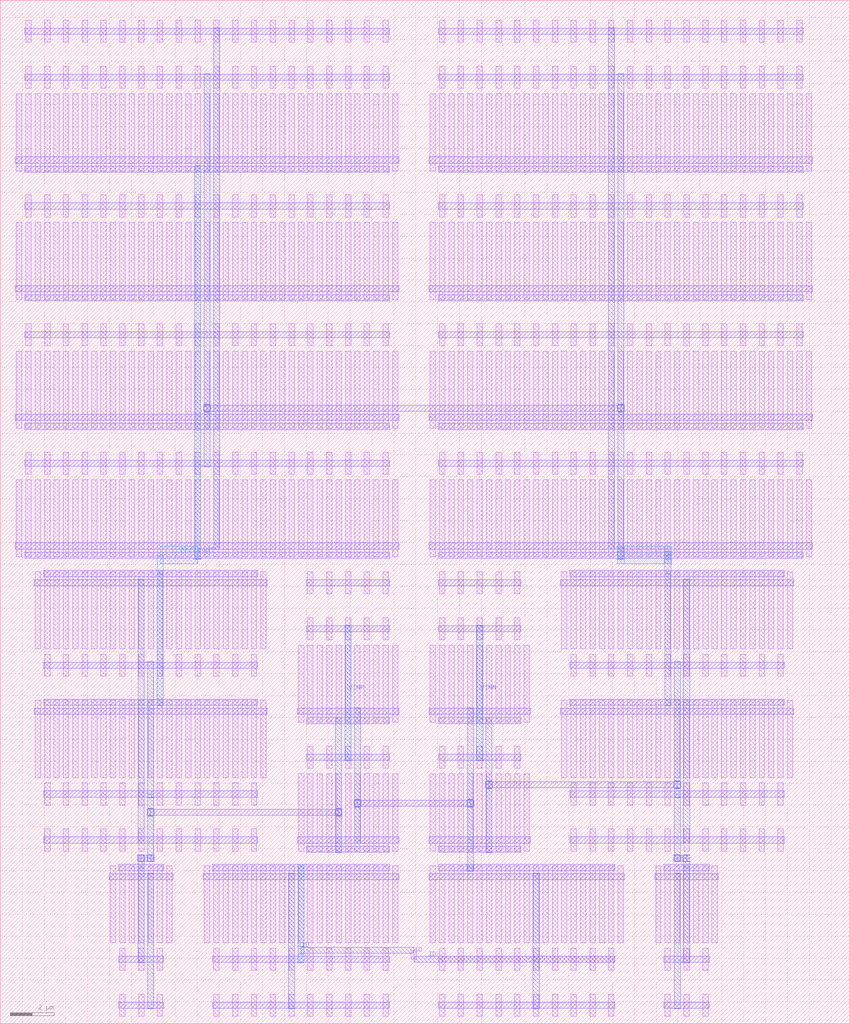
<source format=lef>
MACRO CURRENT_MIRROR_OTA
  ORIGIN 0 0 ;
  FOREIGN CURRENT_MIRROR_OTA 0 0 ;
  SIZE 38.83 BY 46.79 ;
  PIN ID
    DIRECTION INOUT ;
    USE SIGNAL ;
    PORT 
      LAYER M3 ;
        RECT 13.62 2.78 13.9 7.3 ;
      LAYER M2 ;
        RECT 20.04 2.8 28.12 3.08 ;
      LAYER M3 ;
        RECT 13.62 3.175 13.9 3.545 ;
      LAYER M2 ;
        RECT 13.76 3.22 18.92 3.5 ;
      LAYER M1 ;
        RECT 18.795 2.94 19.045 3.36 ;
      LAYER M2 ;
        RECT 18.92 2.8 20.21 3.08 ;
    END
  END ID
  PIN VOUT
    DIRECTION INOUT ;
    USE SIGNAL ;
    PORT 
      LAYER M3 ;
        RECT 7.17 14.54 7.45 20.74 ;
      LAYER M3 ;
        RECT 8.89 21.26 9.17 39.22 ;
      LAYER M3 ;
        RECT 7.17 20.58 7.45 21.42 ;
      LAYER M4 ;
        RECT 7.31 21.02 9.03 21.82 ;
      LAYER M3 ;
        RECT 8.89 21.235 9.17 21.605 ;
    END
  END VOUT
  PIN VINN
    DIRECTION INOUT ;
    USE SIGNAL ;
    PORT 
      LAYER M3 ;
        RECT 21.79 12.02 22.07 18.22 ;
    END
  END VINN
  PIN VINP
    DIRECTION INOUT ;
    USE SIGNAL ;
    PORT 
      LAYER M3 ;
        RECT 15.77 12.02 16.05 18.22 ;
    END
  END VINP
  OBS 
  LAYER M3 ;
        RECT 9.32 25.46 9.6 43.42 ;
  LAYER M3 ;
        RECT 28.24 21.26 28.52 43.42 ;
  LAYER M3 ;
        RECT 30.39 14.54 30.67 20.74 ;
  LAYER M3 ;
        RECT 9.32 27.955 9.6 28.325 ;
  LAYER M2 ;
        RECT 9.46 28 28.38 28.28 ;
  LAYER M3 ;
        RECT 28.24 27.955 28.52 28.325 ;
  LAYER M3 ;
        RECT 28.24 21.235 28.52 21.605 ;
  LAYER M4 ;
        RECT 28.38 21.02 30.53 21.82 ;
  LAYER M3 ;
        RECT 30.39 20.58 30.67 21.42 ;
  LAYER M2 ;
        RECT 9.3 28 9.62 28.28 ;
  LAYER M3 ;
        RECT 9.32 27.98 9.6 28.3 ;
  LAYER M2 ;
        RECT 28.22 28 28.54 28.28 ;
  LAYER M3 ;
        RECT 28.24 27.98 28.52 28.3 ;
  LAYER M2 ;
        RECT 9.3 28 9.62 28.28 ;
  LAYER M3 ;
        RECT 9.32 27.98 9.6 28.3 ;
  LAYER M2 ;
        RECT 28.22 28 28.54 28.28 ;
  LAYER M3 ;
        RECT 28.24 27.98 28.52 28.3 ;
  LAYER M2 ;
        RECT 9.3 28 9.62 28.28 ;
  LAYER M3 ;
        RECT 9.32 27.98 9.6 28.3 ;
  LAYER M2 ;
        RECT 28.22 28 28.54 28.28 ;
  LAYER M3 ;
        RECT 28.24 27.98 28.52 28.3 ;
  LAYER M3 ;
        RECT 28.24 21.235 28.52 21.605 ;
  LAYER M4 ;
        RECT 28.215 21.02 28.545 21.82 ;
  LAYER M3 ;
        RECT 30.39 21.235 30.67 21.605 ;
  LAYER M4 ;
        RECT 30.365 21.02 30.695 21.82 ;
  LAYER M2 ;
        RECT 9.3 28 9.62 28.28 ;
  LAYER M3 ;
        RECT 9.32 27.98 9.6 28.3 ;
  LAYER M2 ;
        RECT 28.22 28 28.54 28.28 ;
  LAYER M3 ;
        RECT 28.24 27.98 28.52 28.3 ;
  LAYER M3 ;
        RECT 28.24 21.235 28.52 21.605 ;
  LAYER M4 ;
        RECT 28.215 21.02 28.545 21.82 ;
  LAYER M3 ;
        RECT 30.39 21.235 30.67 21.605 ;
  LAYER M4 ;
        RECT 30.365 21.02 30.695 21.82 ;
  LAYER M3 ;
        RECT 22.22 7.82 22.5 14.02 ;
  LAYER M3 ;
        RECT 30.82 10.34 31.1 16.54 ;
  LAYER M3 ;
        RECT 31.25 2.78 31.53 7.3 ;
  LAYER M3 ;
        RECT 22.22 10.735 22.5 11.105 ;
  LAYER M2 ;
        RECT 22.36 10.78 30.96 11.06 ;
  LAYER M3 ;
        RECT 30.82 10.735 31.1 11.105 ;
  LAYER M3 ;
        RECT 30.82 7.56 31.1 10.5 ;
  LAYER M2 ;
        RECT 30.96 7.42 31.39 7.7 ;
  LAYER M3 ;
        RECT 31.25 7.14 31.53 7.56 ;
  LAYER M2 ;
        RECT 22.2 10.78 22.52 11.06 ;
  LAYER M3 ;
        RECT 22.22 10.76 22.5 11.08 ;
  LAYER M2 ;
        RECT 30.8 10.78 31.12 11.06 ;
  LAYER M3 ;
        RECT 30.82 10.76 31.1 11.08 ;
  LAYER M2 ;
        RECT 22.2 10.78 22.52 11.06 ;
  LAYER M3 ;
        RECT 22.22 10.76 22.5 11.08 ;
  LAYER M2 ;
        RECT 30.8 10.78 31.12 11.06 ;
  LAYER M3 ;
        RECT 30.82 10.76 31.1 11.08 ;
  LAYER M2 ;
        RECT 22.2 10.78 22.52 11.06 ;
  LAYER M3 ;
        RECT 22.22 10.76 22.5 11.08 ;
  LAYER M2 ;
        RECT 30.8 7.42 31.12 7.7 ;
  LAYER M3 ;
        RECT 30.82 7.4 31.1 7.72 ;
  LAYER M2 ;
        RECT 30.8 10.78 31.12 11.06 ;
  LAYER M3 ;
        RECT 30.82 10.76 31.1 11.08 ;
  LAYER M2 ;
        RECT 31.23 7.42 31.55 7.7 ;
  LAYER M3 ;
        RECT 31.25 7.4 31.53 7.72 ;
  LAYER M2 ;
        RECT 22.2 10.78 22.52 11.06 ;
  LAYER M3 ;
        RECT 22.22 10.76 22.5 11.08 ;
  LAYER M2 ;
        RECT 30.8 7.42 31.12 7.7 ;
  LAYER M3 ;
        RECT 30.82 7.4 31.1 7.72 ;
  LAYER M2 ;
        RECT 30.8 10.78 31.12 11.06 ;
  LAYER M3 ;
        RECT 30.82 10.76 31.1 11.08 ;
  LAYER M2 ;
        RECT 31.23 7.42 31.55 7.7 ;
  LAYER M3 ;
        RECT 31.25 7.4 31.53 7.72 ;
  LAYER M3 ;
        RECT 6.31 2.78 6.59 7.3 ;
  LAYER M3 ;
        RECT 6.74 10.34 7.02 16.54 ;
  LAYER M3 ;
        RECT 15.34 7.82 15.62 14.02 ;
  LAYER M3 ;
        RECT 6.31 7.14 6.59 7.56 ;
  LAYER M2 ;
        RECT 6.45 7.42 6.88 7.7 ;
  LAYER M3 ;
        RECT 6.74 7.56 7.02 10.5 ;
  LAYER M3 ;
        RECT 6.74 9.475 7.02 9.845 ;
  LAYER M2 ;
        RECT 6.88 9.52 15.48 9.8 ;
  LAYER M3 ;
        RECT 15.34 9.475 15.62 9.845 ;
  LAYER M2 ;
        RECT 6.29 7.42 6.61 7.7 ;
  LAYER M3 ;
        RECT 6.31 7.4 6.59 7.72 ;
  LAYER M2 ;
        RECT 6.72 7.42 7.04 7.7 ;
  LAYER M3 ;
        RECT 6.74 7.4 7.02 7.72 ;
  LAYER M2 ;
        RECT 6.29 7.42 6.61 7.7 ;
  LAYER M3 ;
        RECT 6.31 7.4 6.59 7.72 ;
  LAYER M2 ;
        RECT 6.72 7.42 7.04 7.7 ;
  LAYER M3 ;
        RECT 6.74 7.4 7.02 7.72 ;
  LAYER M2 ;
        RECT 6.29 7.42 6.61 7.7 ;
  LAYER M3 ;
        RECT 6.31 7.4 6.59 7.72 ;
  LAYER M2 ;
        RECT 6.72 7.42 7.04 7.7 ;
  LAYER M3 ;
        RECT 6.74 7.4 7.02 7.72 ;
  LAYER M2 ;
        RECT 6.72 9.52 7.04 9.8 ;
  LAYER M3 ;
        RECT 6.74 9.5 7.02 9.82 ;
  LAYER M2 ;
        RECT 15.32 9.52 15.64 9.8 ;
  LAYER M3 ;
        RECT 15.34 9.5 15.62 9.82 ;
  LAYER M2 ;
        RECT 6.29 7.42 6.61 7.7 ;
  LAYER M3 ;
        RECT 6.31 7.4 6.59 7.72 ;
  LAYER M2 ;
        RECT 6.72 7.42 7.04 7.7 ;
  LAYER M3 ;
        RECT 6.74 7.4 7.02 7.72 ;
  LAYER M2 ;
        RECT 6.72 9.52 7.04 9.8 ;
  LAYER M3 ;
        RECT 6.74 9.5 7.02 9.82 ;
  LAYER M2 ;
        RECT 15.32 9.52 15.64 9.8 ;
  LAYER M3 ;
        RECT 15.34 9.5 15.62 9.82 ;
  LAYER M3 ;
        RECT 16.2 8.24 16.48 14.44 ;
  LAYER M3 ;
        RECT 21.36 8.24 21.64 14.44 ;
  LAYER M2 ;
        RECT 20.04 7 28.12 7.28 ;
  LAYER M3 ;
        RECT 16.2 9.895 16.48 10.265 ;
  LAYER M2 ;
        RECT 16.34 9.94 21.5 10.22 ;
  LAYER M3 ;
        RECT 21.36 9.895 21.64 10.265 ;
  LAYER M3 ;
        RECT 21.36 7.14 21.64 8.4 ;
  LAYER M2 ;
        RECT 21.34 7 21.66 7.28 ;
  LAYER M2 ;
        RECT 16.18 9.94 16.5 10.22 ;
  LAYER M3 ;
        RECT 16.2 9.92 16.48 10.24 ;
  LAYER M2 ;
        RECT 21.34 9.94 21.66 10.22 ;
  LAYER M3 ;
        RECT 21.36 9.92 21.64 10.24 ;
  LAYER M2 ;
        RECT 16.18 9.94 16.5 10.22 ;
  LAYER M3 ;
        RECT 16.2 9.92 16.48 10.24 ;
  LAYER M2 ;
        RECT 21.34 9.94 21.66 10.22 ;
  LAYER M3 ;
        RECT 21.36 9.92 21.64 10.24 ;
  LAYER M2 ;
        RECT 16.18 9.94 16.5 10.22 ;
  LAYER M3 ;
        RECT 16.2 9.92 16.48 10.24 ;
  LAYER M2 ;
        RECT 21.34 7 21.66 7.28 ;
  LAYER M3 ;
        RECT 21.36 6.98 21.64 7.3 ;
  LAYER M2 ;
        RECT 21.34 9.94 21.66 10.22 ;
  LAYER M3 ;
        RECT 21.36 9.92 21.64 10.24 ;
  LAYER M2 ;
        RECT 16.18 9.94 16.5 10.22 ;
  LAYER M3 ;
        RECT 16.2 9.92 16.48 10.24 ;
  LAYER M2 ;
        RECT 21.34 7 21.66 7.28 ;
  LAYER M3 ;
        RECT 21.36 6.98 21.64 7.3 ;
  LAYER M2 ;
        RECT 21.34 9.94 21.66 10.22 ;
  LAYER M3 ;
        RECT 21.36 9.92 21.64 10.24 ;
  LAYER M1 ;
        RECT 17.505 3.695 17.755 7.225 ;
  LAYER M1 ;
        RECT 17.505 2.435 17.755 3.445 ;
  LAYER M1 ;
        RECT 17.505 0.335 17.755 1.345 ;
  LAYER M1 ;
        RECT 17.935 3.695 18.185 7.225 ;
  LAYER M1 ;
        RECT 17.075 3.695 17.325 7.225 ;
  LAYER M1 ;
        RECT 16.645 3.695 16.895 7.225 ;
  LAYER M1 ;
        RECT 16.645 2.435 16.895 3.445 ;
  LAYER M1 ;
        RECT 16.645 0.335 16.895 1.345 ;
  LAYER M1 ;
        RECT 16.215 3.695 16.465 7.225 ;
  LAYER M1 ;
        RECT 15.785 3.695 16.035 7.225 ;
  LAYER M1 ;
        RECT 15.785 2.435 16.035 3.445 ;
  LAYER M1 ;
        RECT 15.785 0.335 16.035 1.345 ;
  LAYER M1 ;
        RECT 15.355 3.695 15.605 7.225 ;
  LAYER M1 ;
        RECT 14.925 3.695 15.175 7.225 ;
  LAYER M1 ;
        RECT 14.925 2.435 15.175 3.445 ;
  LAYER M1 ;
        RECT 14.925 0.335 15.175 1.345 ;
  LAYER M1 ;
        RECT 14.495 3.695 14.745 7.225 ;
  LAYER M1 ;
        RECT 14.065 3.695 14.315 7.225 ;
  LAYER M1 ;
        RECT 14.065 2.435 14.315 3.445 ;
  LAYER M1 ;
        RECT 14.065 0.335 14.315 1.345 ;
  LAYER M1 ;
        RECT 13.635 3.695 13.885 7.225 ;
  LAYER M1 ;
        RECT 13.205 3.695 13.455 7.225 ;
  LAYER M1 ;
        RECT 13.205 2.435 13.455 3.445 ;
  LAYER M1 ;
        RECT 13.205 0.335 13.455 1.345 ;
  LAYER M1 ;
        RECT 12.775 3.695 13.025 7.225 ;
  LAYER M1 ;
        RECT 12.345 3.695 12.595 7.225 ;
  LAYER M1 ;
        RECT 12.345 2.435 12.595 3.445 ;
  LAYER M1 ;
        RECT 12.345 0.335 12.595 1.345 ;
  LAYER M1 ;
        RECT 11.915 3.695 12.165 7.225 ;
  LAYER M1 ;
        RECT 11.485 3.695 11.735 7.225 ;
  LAYER M1 ;
        RECT 11.485 2.435 11.735 3.445 ;
  LAYER M1 ;
        RECT 11.485 0.335 11.735 1.345 ;
  LAYER M1 ;
        RECT 11.055 3.695 11.305 7.225 ;
  LAYER M1 ;
        RECT 10.625 3.695 10.875 7.225 ;
  LAYER M1 ;
        RECT 10.625 2.435 10.875 3.445 ;
  LAYER M1 ;
        RECT 10.625 0.335 10.875 1.345 ;
  LAYER M1 ;
        RECT 10.195 3.695 10.445 7.225 ;
  LAYER M1 ;
        RECT 9.765 3.695 10.015 7.225 ;
  LAYER M1 ;
        RECT 9.765 2.435 10.015 3.445 ;
  LAYER M1 ;
        RECT 9.765 0.335 10.015 1.345 ;
  LAYER M1 ;
        RECT 9.335 3.695 9.585 7.225 ;
  LAYER M2 ;
        RECT 9.72 2.8 17.8 3.08 ;
  LAYER M2 ;
        RECT 9.72 7 17.8 7.28 ;
  LAYER M2 ;
        RECT 9.72 0.7 17.8 0.98 ;
  LAYER M2 ;
        RECT 9.29 6.58 18.23 6.86 ;
  LAYER M3 ;
        RECT 13.62 2.78 13.9 7.3 ;
  LAYER M3 ;
        RECT 13.19 0.68 13.47 6.88 ;
  LAYER M1 ;
        RECT 36.425 21.335 36.675 24.865 ;
  LAYER M1 ;
        RECT 36.425 25.115 36.675 26.125 ;
  LAYER M1 ;
        RECT 36.425 27.215 36.675 30.745 ;
  LAYER M1 ;
        RECT 36.425 30.995 36.675 32.005 ;
  LAYER M1 ;
        RECT 36.425 33.095 36.675 36.625 ;
  LAYER M1 ;
        RECT 36.425 36.875 36.675 37.885 ;
  LAYER M1 ;
        RECT 36.425 38.975 36.675 42.505 ;
  LAYER M1 ;
        RECT 36.425 42.755 36.675 43.765 ;
  LAYER M1 ;
        RECT 36.425 44.855 36.675 45.865 ;
  LAYER M1 ;
        RECT 36.855 21.335 37.105 24.865 ;
  LAYER M1 ;
        RECT 36.855 27.215 37.105 30.745 ;
  LAYER M1 ;
        RECT 36.855 33.095 37.105 36.625 ;
  LAYER M1 ;
        RECT 36.855 38.975 37.105 42.505 ;
  LAYER M1 ;
        RECT 35.995 21.335 36.245 24.865 ;
  LAYER M1 ;
        RECT 35.995 27.215 36.245 30.745 ;
  LAYER M1 ;
        RECT 35.995 33.095 36.245 36.625 ;
  LAYER M1 ;
        RECT 35.995 38.975 36.245 42.505 ;
  LAYER M1 ;
        RECT 35.565 21.335 35.815 24.865 ;
  LAYER M1 ;
        RECT 35.565 25.115 35.815 26.125 ;
  LAYER M1 ;
        RECT 35.565 27.215 35.815 30.745 ;
  LAYER M1 ;
        RECT 35.565 30.995 35.815 32.005 ;
  LAYER M1 ;
        RECT 35.565 33.095 35.815 36.625 ;
  LAYER M1 ;
        RECT 35.565 36.875 35.815 37.885 ;
  LAYER M1 ;
        RECT 35.565 38.975 35.815 42.505 ;
  LAYER M1 ;
        RECT 35.565 42.755 35.815 43.765 ;
  LAYER M1 ;
        RECT 35.565 44.855 35.815 45.865 ;
  LAYER M1 ;
        RECT 35.135 21.335 35.385 24.865 ;
  LAYER M1 ;
        RECT 35.135 27.215 35.385 30.745 ;
  LAYER M1 ;
        RECT 35.135 33.095 35.385 36.625 ;
  LAYER M1 ;
        RECT 35.135 38.975 35.385 42.505 ;
  LAYER M1 ;
        RECT 34.705 21.335 34.955 24.865 ;
  LAYER M1 ;
        RECT 34.705 25.115 34.955 26.125 ;
  LAYER M1 ;
        RECT 34.705 27.215 34.955 30.745 ;
  LAYER M1 ;
        RECT 34.705 30.995 34.955 32.005 ;
  LAYER M1 ;
        RECT 34.705 33.095 34.955 36.625 ;
  LAYER M1 ;
        RECT 34.705 36.875 34.955 37.885 ;
  LAYER M1 ;
        RECT 34.705 38.975 34.955 42.505 ;
  LAYER M1 ;
        RECT 34.705 42.755 34.955 43.765 ;
  LAYER M1 ;
        RECT 34.705 44.855 34.955 45.865 ;
  LAYER M1 ;
        RECT 34.275 21.335 34.525 24.865 ;
  LAYER M1 ;
        RECT 34.275 27.215 34.525 30.745 ;
  LAYER M1 ;
        RECT 34.275 33.095 34.525 36.625 ;
  LAYER M1 ;
        RECT 34.275 38.975 34.525 42.505 ;
  LAYER M1 ;
        RECT 33.845 21.335 34.095 24.865 ;
  LAYER M1 ;
        RECT 33.845 25.115 34.095 26.125 ;
  LAYER M1 ;
        RECT 33.845 27.215 34.095 30.745 ;
  LAYER M1 ;
        RECT 33.845 30.995 34.095 32.005 ;
  LAYER M1 ;
        RECT 33.845 33.095 34.095 36.625 ;
  LAYER M1 ;
        RECT 33.845 36.875 34.095 37.885 ;
  LAYER M1 ;
        RECT 33.845 38.975 34.095 42.505 ;
  LAYER M1 ;
        RECT 33.845 42.755 34.095 43.765 ;
  LAYER M1 ;
        RECT 33.845 44.855 34.095 45.865 ;
  LAYER M1 ;
        RECT 33.415 21.335 33.665 24.865 ;
  LAYER M1 ;
        RECT 33.415 27.215 33.665 30.745 ;
  LAYER M1 ;
        RECT 33.415 33.095 33.665 36.625 ;
  LAYER M1 ;
        RECT 33.415 38.975 33.665 42.505 ;
  LAYER M1 ;
        RECT 32.985 21.335 33.235 24.865 ;
  LAYER M1 ;
        RECT 32.985 25.115 33.235 26.125 ;
  LAYER M1 ;
        RECT 32.985 27.215 33.235 30.745 ;
  LAYER M1 ;
        RECT 32.985 30.995 33.235 32.005 ;
  LAYER M1 ;
        RECT 32.985 33.095 33.235 36.625 ;
  LAYER M1 ;
        RECT 32.985 36.875 33.235 37.885 ;
  LAYER M1 ;
        RECT 32.985 38.975 33.235 42.505 ;
  LAYER M1 ;
        RECT 32.985 42.755 33.235 43.765 ;
  LAYER M1 ;
        RECT 32.985 44.855 33.235 45.865 ;
  LAYER M1 ;
        RECT 32.555 21.335 32.805 24.865 ;
  LAYER M1 ;
        RECT 32.555 27.215 32.805 30.745 ;
  LAYER M1 ;
        RECT 32.555 33.095 32.805 36.625 ;
  LAYER M1 ;
        RECT 32.555 38.975 32.805 42.505 ;
  LAYER M1 ;
        RECT 32.125 21.335 32.375 24.865 ;
  LAYER M1 ;
        RECT 32.125 25.115 32.375 26.125 ;
  LAYER M1 ;
        RECT 32.125 27.215 32.375 30.745 ;
  LAYER M1 ;
        RECT 32.125 30.995 32.375 32.005 ;
  LAYER M1 ;
        RECT 32.125 33.095 32.375 36.625 ;
  LAYER M1 ;
        RECT 32.125 36.875 32.375 37.885 ;
  LAYER M1 ;
        RECT 32.125 38.975 32.375 42.505 ;
  LAYER M1 ;
        RECT 32.125 42.755 32.375 43.765 ;
  LAYER M1 ;
        RECT 32.125 44.855 32.375 45.865 ;
  LAYER M1 ;
        RECT 31.695 21.335 31.945 24.865 ;
  LAYER M1 ;
        RECT 31.695 27.215 31.945 30.745 ;
  LAYER M1 ;
        RECT 31.695 33.095 31.945 36.625 ;
  LAYER M1 ;
        RECT 31.695 38.975 31.945 42.505 ;
  LAYER M1 ;
        RECT 31.265 21.335 31.515 24.865 ;
  LAYER M1 ;
        RECT 31.265 25.115 31.515 26.125 ;
  LAYER M1 ;
        RECT 31.265 27.215 31.515 30.745 ;
  LAYER M1 ;
        RECT 31.265 30.995 31.515 32.005 ;
  LAYER M1 ;
        RECT 31.265 33.095 31.515 36.625 ;
  LAYER M1 ;
        RECT 31.265 36.875 31.515 37.885 ;
  LAYER M1 ;
        RECT 31.265 38.975 31.515 42.505 ;
  LAYER M1 ;
        RECT 31.265 42.755 31.515 43.765 ;
  LAYER M1 ;
        RECT 31.265 44.855 31.515 45.865 ;
  LAYER M1 ;
        RECT 30.835 21.335 31.085 24.865 ;
  LAYER M1 ;
        RECT 30.835 27.215 31.085 30.745 ;
  LAYER M1 ;
        RECT 30.835 33.095 31.085 36.625 ;
  LAYER M1 ;
        RECT 30.835 38.975 31.085 42.505 ;
  LAYER M1 ;
        RECT 30.405 21.335 30.655 24.865 ;
  LAYER M1 ;
        RECT 30.405 25.115 30.655 26.125 ;
  LAYER M1 ;
        RECT 30.405 27.215 30.655 30.745 ;
  LAYER M1 ;
        RECT 30.405 30.995 30.655 32.005 ;
  LAYER M1 ;
        RECT 30.405 33.095 30.655 36.625 ;
  LAYER M1 ;
        RECT 30.405 36.875 30.655 37.885 ;
  LAYER M1 ;
        RECT 30.405 38.975 30.655 42.505 ;
  LAYER M1 ;
        RECT 30.405 42.755 30.655 43.765 ;
  LAYER M1 ;
        RECT 30.405 44.855 30.655 45.865 ;
  LAYER M1 ;
        RECT 29.975 21.335 30.225 24.865 ;
  LAYER M1 ;
        RECT 29.975 27.215 30.225 30.745 ;
  LAYER M1 ;
        RECT 29.975 33.095 30.225 36.625 ;
  LAYER M1 ;
        RECT 29.975 38.975 30.225 42.505 ;
  LAYER M1 ;
        RECT 29.545 21.335 29.795 24.865 ;
  LAYER M1 ;
        RECT 29.545 25.115 29.795 26.125 ;
  LAYER M1 ;
        RECT 29.545 27.215 29.795 30.745 ;
  LAYER M1 ;
        RECT 29.545 30.995 29.795 32.005 ;
  LAYER M1 ;
        RECT 29.545 33.095 29.795 36.625 ;
  LAYER M1 ;
        RECT 29.545 36.875 29.795 37.885 ;
  LAYER M1 ;
        RECT 29.545 38.975 29.795 42.505 ;
  LAYER M1 ;
        RECT 29.545 42.755 29.795 43.765 ;
  LAYER M1 ;
        RECT 29.545 44.855 29.795 45.865 ;
  LAYER M1 ;
        RECT 29.115 21.335 29.365 24.865 ;
  LAYER M1 ;
        RECT 29.115 27.215 29.365 30.745 ;
  LAYER M1 ;
        RECT 29.115 33.095 29.365 36.625 ;
  LAYER M1 ;
        RECT 29.115 38.975 29.365 42.505 ;
  LAYER M1 ;
        RECT 28.685 21.335 28.935 24.865 ;
  LAYER M1 ;
        RECT 28.685 25.115 28.935 26.125 ;
  LAYER M1 ;
        RECT 28.685 27.215 28.935 30.745 ;
  LAYER M1 ;
        RECT 28.685 30.995 28.935 32.005 ;
  LAYER M1 ;
        RECT 28.685 33.095 28.935 36.625 ;
  LAYER M1 ;
        RECT 28.685 36.875 28.935 37.885 ;
  LAYER M1 ;
        RECT 28.685 38.975 28.935 42.505 ;
  LAYER M1 ;
        RECT 28.685 42.755 28.935 43.765 ;
  LAYER M1 ;
        RECT 28.685 44.855 28.935 45.865 ;
  LAYER M1 ;
        RECT 28.255 21.335 28.505 24.865 ;
  LAYER M1 ;
        RECT 28.255 27.215 28.505 30.745 ;
  LAYER M1 ;
        RECT 28.255 33.095 28.505 36.625 ;
  LAYER M1 ;
        RECT 28.255 38.975 28.505 42.505 ;
  LAYER M1 ;
        RECT 27.825 21.335 28.075 24.865 ;
  LAYER M1 ;
        RECT 27.825 25.115 28.075 26.125 ;
  LAYER M1 ;
        RECT 27.825 27.215 28.075 30.745 ;
  LAYER M1 ;
        RECT 27.825 30.995 28.075 32.005 ;
  LAYER M1 ;
        RECT 27.825 33.095 28.075 36.625 ;
  LAYER M1 ;
        RECT 27.825 36.875 28.075 37.885 ;
  LAYER M1 ;
        RECT 27.825 38.975 28.075 42.505 ;
  LAYER M1 ;
        RECT 27.825 42.755 28.075 43.765 ;
  LAYER M1 ;
        RECT 27.825 44.855 28.075 45.865 ;
  LAYER M1 ;
        RECT 27.395 21.335 27.645 24.865 ;
  LAYER M1 ;
        RECT 27.395 27.215 27.645 30.745 ;
  LAYER M1 ;
        RECT 27.395 33.095 27.645 36.625 ;
  LAYER M1 ;
        RECT 27.395 38.975 27.645 42.505 ;
  LAYER M1 ;
        RECT 26.965 21.335 27.215 24.865 ;
  LAYER M1 ;
        RECT 26.965 25.115 27.215 26.125 ;
  LAYER M1 ;
        RECT 26.965 27.215 27.215 30.745 ;
  LAYER M1 ;
        RECT 26.965 30.995 27.215 32.005 ;
  LAYER M1 ;
        RECT 26.965 33.095 27.215 36.625 ;
  LAYER M1 ;
        RECT 26.965 36.875 27.215 37.885 ;
  LAYER M1 ;
        RECT 26.965 38.975 27.215 42.505 ;
  LAYER M1 ;
        RECT 26.965 42.755 27.215 43.765 ;
  LAYER M1 ;
        RECT 26.965 44.855 27.215 45.865 ;
  LAYER M1 ;
        RECT 26.535 21.335 26.785 24.865 ;
  LAYER M1 ;
        RECT 26.535 27.215 26.785 30.745 ;
  LAYER M1 ;
        RECT 26.535 33.095 26.785 36.625 ;
  LAYER M1 ;
        RECT 26.535 38.975 26.785 42.505 ;
  LAYER M1 ;
        RECT 26.105 21.335 26.355 24.865 ;
  LAYER M1 ;
        RECT 26.105 25.115 26.355 26.125 ;
  LAYER M1 ;
        RECT 26.105 27.215 26.355 30.745 ;
  LAYER M1 ;
        RECT 26.105 30.995 26.355 32.005 ;
  LAYER M1 ;
        RECT 26.105 33.095 26.355 36.625 ;
  LAYER M1 ;
        RECT 26.105 36.875 26.355 37.885 ;
  LAYER M1 ;
        RECT 26.105 38.975 26.355 42.505 ;
  LAYER M1 ;
        RECT 26.105 42.755 26.355 43.765 ;
  LAYER M1 ;
        RECT 26.105 44.855 26.355 45.865 ;
  LAYER M1 ;
        RECT 25.675 21.335 25.925 24.865 ;
  LAYER M1 ;
        RECT 25.675 27.215 25.925 30.745 ;
  LAYER M1 ;
        RECT 25.675 33.095 25.925 36.625 ;
  LAYER M1 ;
        RECT 25.675 38.975 25.925 42.505 ;
  LAYER M1 ;
        RECT 25.245 21.335 25.495 24.865 ;
  LAYER M1 ;
        RECT 25.245 25.115 25.495 26.125 ;
  LAYER M1 ;
        RECT 25.245 27.215 25.495 30.745 ;
  LAYER M1 ;
        RECT 25.245 30.995 25.495 32.005 ;
  LAYER M1 ;
        RECT 25.245 33.095 25.495 36.625 ;
  LAYER M1 ;
        RECT 25.245 36.875 25.495 37.885 ;
  LAYER M1 ;
        RECT 25.245 38.975 25.495 42.505 ;
  LAYER M1 ;
        RECT 25.245 42.755 25.495 43.765 ;
  LAYER M1 ;
        RECT 25.245 44.855 25.495 45.865 ;
  LAYER M1 ;
        RECT 24.815 21.335 25.065 24.865 ;
  LAYER M1 ;
        RECT 24.815 27.215 25.065 30.745 ;
  LAYER M1 ;
        RECT 24.815 33.095 25.065 36.625 ;
  LAYER M1 ;
        RECT 24.815 38.975 25.065 42.505 ;
  LAYER M1 ;
        RECT 24.385 21.335 24.635 24.865 ;
  LAYER M1 ;
        RECT 24.385 25.115 24.635 26.125 ;
  LAYER M1 ;
        RECT 24.385 27.215 24.635 30.745 ;
  LAYER M1 ;
        RECT 24.385 30.995 24.635 32.005 ;
  LAYER M1 ;
        RECT 24.385 33.095 24.635 36.625 ;
  LAYER M1 ;
        RECT 24.385 36.875 24.635 37.885 ;
  LAYER M1 ;
        RECT 24.385 38.975 24.635 42.505 ;
  LAYER M1 ;
        RECT 24.385 42.755 24.635 43.765 ;
  LAYER M1 ;
        RECT 24.385 44.855 24.635 45.865 ;
  LAYER M1 ;
        RECT 23.955 21.335 24.205 24.865 ;
  LAYER M1 ;
        RECT 23.955 27.215 24.205 30.745 ;
  LAYER M1 ;
        RECT 23.955 33.095 24.205 36.625 ;
  LAYER M1 ;
        RECT 23.955 38.975 24.205 42.505 ;
  LAYER M1 ;
        RECT 23.525 21.335 23.775 24.865 ;
  LAYER M1 ;
        RECT 23.525 25.115 23.775 26.125 ;
  LAYER M1 ;
        RECT 23.525 27.215 23.775 30.745 ;
  LAYER M1 ;
        RECT 23.525 30.995 23.775 32.005 ;
  LAYER M1 ;
        RECT 23.525 33.095 23.775 36.625 ;
  LAYER M1 ;
        RECT 23.525 36.875 23.775 37.885 ;
  LAYER M1 ;
        RECT 23.525 38.975 23.775 42.505 ;
  LAYER M1 ;
        RECT 23.525 42.755 23.775 43.765 ;
  LAYER M1 ;
        RECT 23.525 44.855 23.775 45.865 ;
  LAYER M1 ;
        RECT 23.095 21.335 23.345 24.865 ;
  LAYER M1 ;
        RECT 23.095 27.215 23.345 30.745 ;
  LAYER M1 ;
        RECT 23.095 33.095 23.345 36.625 ;
  LAYER M1 ;
        RECT 23.095 38.975 23.345 42.505 ;
  LAYER M1 ;
        RECT 22.665 21.335 22.915 24.865 ;
  LAYER M1 ;
        RECT 22.665 25.115 22.915 26.125 ;
  LAYER M1 ;
        RECT 22.665 27.215 22.915 30.745 ;
  LAYER M1 ;
        RECT 22.665 30.995 22.915 32.005 ;
  LAYER M1 ;
        RECT 22.665 33.095 22.915 36.625 ;
  LAYER M1 ;
        RECT 22.665 36.875 22.915 37.885 ;
  LAYER M1 ;
        RECT 22.665 38.975 22.915 42.505 ;
  LAYER M1 ;
        RECT 22.665 42.755 22.915 43.765 ;
  LAYER M1 ;
        RECT 22.665 44.855 22.915 45.865 ;
  LAYER M1 ;
        RECT 22.235 21.335 22.485 24.865 ;
  LAYER M1 ;
        RECT 22.235 27.215 22.485 30.745 ;
  LAYER M1 ;
        RECT 22.235 33.095 22.485 36.625 ;
  LAYER M1 ;
        RECT 22.235 38.975 22.485 42.505 ;
  LAYER M1 ;
        RECT 21.805 21.335 22.055 24.865 ;
  LAYER M1 ;
        RECT 21.805 25.115 22.055 26.125 ;
  LAYER M1 ;
        RECT 21.805 27.215 22.055 30.745 ;
  LAYER M1 ;
        RECT 21.805 30.995 22.055 32.005 ;
  LAYER M1 ;
        RECT 21.805 33.095 22.055 36.625 ;
  LAYER M1 ;
        RECT 21.805 36.875 22.055 37.885 ;
  LAYER M1 ;
        RECT 21.805 38.975 22.055 42.505 ;
  LAYER M1 ;
        RECT 21.805 42.755 22.055 43.765 ;
  LAYER M1 ;
        RECT 21.805 44.855 22.055 45.865 ;
  LAYER M1 ;
        RECT 21.375 21.335 21.625 24.865 ;
  LAYER M1 ;
        RECT 21.375 27.215 21.625 30.745 ;
  LAYER M1 ;
        RECT 21.375 33.095 21.625 36.625 ;
  LAYER M1 ;
        RECT 21.375 38.975 21.625 42.505 ;
  LAYER M1 ;
        RECT 20.945 21.335 21.195 24.865 ;
  LAYER M1 ;
        RECT 20.945 25.115 21.195 26.125 ;
  LAYER M1 ;
        RECT 20.945 27.215 21.195 30.745 ;
  LAYER M1 ;
        RECT 20.945 30.995 21.195 32.005 ;
  LAYER M1 ;
        RECT 20.945 33.095 21.195 36.625 ;
  LAYER M1 ;
        RECT 20.945 36.875 21.195 37.885 ;
  LAYER M1 ;
        RECT 20.945 38.975 21.195 42.505 ;
  LAYER M1 ;
        RECT 20.945 42.755 21.195 43.765 ;
  LAYER M1 ;
        RECT 20.945 44.855 21.195 45.865 ;
  LAYER M1 ;
        RECT 20.515 21.335 20.765 24.865 ;
  LAYER M1 ;
        RECT 20.515 27.215 20.765 30.745 ;
  LAYER M1 ;
        RECT 20.515 33.095 20.765 36.625 ;
  LAYER M1 ;
        RECT 20.515 38.975 20.765 42.505 ;
  LAYER M1 ;
        RECT 20.085 21.335 20.335 24.865 ;
  LAYER M1 ;
        RECT 20.085 25.115 20.335 26.125 ;
  LAYER M1 ;
        RECT 20.085 27.215 20.335 30.745 ;
  LAYER M1 ;
        RECT 20.085 30.995 20.335 32.005 ;
  LAYER M1 ;
        RECT 20.085 33.095 20.335 36.625 ;
  LAYER M1 ;
        RECT 20.085 36.875 20.335 37.885 ;
  LAYER M1 ;
        RECT 20.085 38.975 20.335 42.505 ;
  LAYER M1 ;
        RECT 20.085 42.755 20.335 43.765 ;
  LAYER M1 ;
        RECT 20.085 44.855 20.335 45.865 ;
  LAYER M1 ;
        RECT 19.655 21.335 19.905 24.865 ;
  LAYER M1 ;
        RECT 19.655 27.215 19.905 30.745 ;
  LAYER M1 ;
        RECT 19.655 33.095 19.905 36.625 ;
  LAYER M1 ;
        RECT 19.655 38.975 19.905 42.505 ;
  LAYER M2 ;
        RECT 20.04 25.48 36.72 25.76 ;
  LAYER M2 ;
        RECT 20.04 21.28 36.72 21.56 ;
  LAYER M2 ;
        RECT 19.61 21.7 37.15 21.98 ;
  LAYER M2 ;
        RECT 20.04 31.36 36.72 31.64 ;
  LAYER M2 ;
        RECT 20.04 27.16 36.72 27.44 ;
  LAYER M2 ;
        RECT 19.61 27.58 37.15 27.86 ;
  LAYER M2 ;
        RECT 20.04 37.24 36.72 37.52 ;
  LAYER M2 ;
        RECT 20.04 33.04 36.72 33.32 ;
  LAYER M2 ;
        RECT 19.61 33.46 37.15 33.74 ;
  LAYER M2 ;
        RECT 20.04 43.12 36.72 43.4 ;
  LAYER M2 ;
        RECT 20.04 38.92 36.72 39.2 ;
  LAYER M2 ;
        RECT 20.04 45.22 36.72 45.5 ;
  LAYER M2 ;
        RECT 19.61 39.34 37.15 39.62 ;
  LAYER M3 ;
        RECT 28.24 21.26 28.52 43.42 ;
  LAYER M3 ;
        RECT 27.81 21.68 28.09 45.52 ;
  LAYER M1 ;
        RECT 32.125 3.695 32.375 7.225 ;
  LAYER M1 ;
        RECT 32.125 2.435 32.375 3.445 ;
  LAYER M1 ;
        RECT 32.125 0.335 32.375 1.345 ;
  LAYER M1 ;
        RECT 32.555 3.695 32.805 7.225 ;
  LAYER M1 ;
        RECT 31.695 3.695 31.945 7.225 ;
  LAYER M1 ;
        RECT 31.265 3.695 31.515 7.225 ;
  LAYER M1 ;
        RECT 31.265 2.435 31.515 3.445 ;
  LAYER M1 ;
        RECT 31.265 0.335 31.515 1.345 ;
  LAYER M1 ;
        RECT 30.835 3.695 31.085 7.225 ;
  LAYER M1 ;
        RECT 30.405 3.695 30.655 7.225 ;
  LAYER M1 ;
        RECT 30.405 2.435 30.655 3.445 ;
  LAYER M1 ;
        RECT 30.405 0.335 30.655 1.345 ;
  LAYER M1 ;
        RECT 29.975 3.695 30.225 7.225 ;
  LAYER M2 ;
        RECT 30.36 2.8 32.42 3.08 ;
  LAYER M2 ;
        RECT 30.36 7 32.42 7.28 ;
  LAYER M2 ;
        RECT 30.36 0.7 32.42 0.98 ;
  LAYER M2 ;
        RECT 29.93 6.58 32.85 6.86 ;
  LAYER M3 ;
        RECT 31.25 2.78 31.53 7.3 ;
  LAYER M3 ;
        RECT 30.82 0.68 31.1 6.88 ;
  LAYER M1 ;
        RECT 5.465 3.695 5.715 7.225 ;
  LAYER M1 ;
        RECT 5.465 2.435 5.715 3.445 ;
  LAYER M1 ;
        RECT 5.465 0.335 5.715 1.345 ;
  LAYER M1 ;
        RECT 5.035 3.695 5.285 7.225 ;
  LAYER M1 ;
        RECT 5.895 3.695 6.145 7.225 ;
  LAYER M1 ;
        RECT 6.325 3.695 6.575 7.225 ;
  LAYER M1 ;
        RECT 6.325 2.435 6.575 3.445 ;
  LAYER M1 ;
        RECT 6.325 0.335 6.575 1.345 ;
  LAYER M1 ;
        RECT 6.755 3.695 7.005 7.225 ;
  LAYER M1 ;
        RECT 7.185 3.695 7.435 7.225 ;
  LAYER M1 ;
        RECT 7.185 2.435 7.435 3.445 ;
  LAYER M1 ;
        RECT 7.185 0.335 7.435 1.345 ;
  LAYER M1 ;
        RECT 7.615 3.695 7.865 7.225 ;
  LAYER M2 ;
        RECT 5.42 2.8 7.48 3.08 ;
  LAYER M2 ;
        RECT 5.42 7 7.48 7.28 ;
  LAYER M2 ;
        RECT 5.42 0.7 7.48 0.98 ;
  LAYER M2 ;
        RECT 4.99 6.58 7.91 6.86 ;
  LAYER M3 ;
        RECT 6.31 2.78 6.59 7.3 ;
  LAYER M3 ;
        RECT 6.74 0.68 7.02 6.88 ;
  LAYER M1 ;
        RECT 1.165 21.335 1.415 24.865 ;
  LAYER M1 ;
        RECT 1.165 25.115 1.415 26.125 ;
  LAYER M1 ;
        RECT 1.165 27.215 1.415 30.745 ;
  LAYER M1 ;
        RECT 1.165 30.995 1.415 32.005 ;
  LAYER M1 ;
        RECT 1.165 33.095 1.415 36.625 ;
  LAYER M1 ;
        RECT 1.165 36.875 1.415 37.885 ;
  LAYER M1 ;
        RECT 1.165 38.975 1.415 42.505 ;
  LAYER M1 ;
        RECT 1.165 42.755 1.415 43.765 ;
  LAYER M1 ;
        RECT 1.165 44.855 1.415 45.865 ;
  LAYER M1 ;
        RECT 0.735 21.335 0.985 24.865 ;
  LAYER M1 ;
        RECT 0.735 27.215 0.985 30.745 ;
  LAYER M1 ;
        RECT 0.735 33.095 0.985 36.625 ;
  LAYER M1 ;
        RECT 0.735 38.975 0.985 42.505 ;
  LAYER M1 ;
        RECT 1.595 21.335 1.845 24.865 ;
  LAYER M1 ;
        RECT 1.595 27.215 1.845 30.745 ;
  LAYER M1 ;
        RECT 1.595 33.095 1.845 36.625 ;
  LAYER M1 ;
        RECT 1.595 38.975 1.845 42.505 ;
  LAYER M1 ;
        RECT 2.025 21.335 2.275 24.865 ;
  LAYER M1 ;
        RECT 2.025 25.115 2.275 26.125 ;
  LAYER M1 ;
        RECT 2.025 27.215 2.275 30.745 ;
  LAYER M1 ;
        RECT 2.025 30.995 2.275 32.005 ;
  LAYER M1 ;
        RECT 2.025 33.095 2.275 36.625 ;
  LAYER M1 ;
        RECT 2.025 36.875 2.275 37.885 ;
  LAYER M1 ;
        RECT 2.025 38.975 2.275 42.505 ;
  LAYER M1 ;
        RECT 2.025 42.755 2.275 43.765 ;
  LAYER M1 ;
        RECT 2.025 44.855 2.275 45.865 ;
  LAYER M1 ;
        RECT 2.455 21.335 2.705 24.865 ;
  LAYER M1 ;
        RECT 2.455 27.215 2.705 30.745 ;
  LAYER M1 ;
        RECT 2.455 33.095 2.705 36.625 ;
  LAYER M1 ;
        RECT 2.455 38.975 2.705 42.505 ;
  LAYER M1 ;
        RECT 2.885 21.335 3.135 24.865 ;
  LAYER M1 ;
        RECT 2.885 25.115 3.135 26.125 ;
  LAYER M1 ;
        RECT 2.885 27.215 3.135 30.745 ;
  LAYER M1 ;
        RECT 2.885 30.995 3.135 32.005 ;
  LAYER M1 ;
        RECT 2.885 33.095 3.135 36.625 ;
  LAYER M1 ;
        RECT 2.885 36.875 3.135 37.885 ;
  LAYER M1 ;
        RECT 2.885 38.975 3.135 42.505 ;
  LAYER M1 ;
        RECT 2.885 42.755 3.135 43.765 ;
  LAYER M1 ;
        RECT 2.885 44.855 3.135 45.865 ;
  LAYER M1 ;
        RECT 3.315 21.335 3.565 24.865 ;
  LAYER M1 ;
        RECT 3.315 27.215 3.565 30.745 ;
  LAYER M1 ;
        RECT 3.315 33.095 3.565 36.625 ;
  LAYER M1 ;
        RECT 3.315 38.975 3.565 42.505 ;
  LAYER M1 ;
        RECT 3.745 21.335 3.995 24.865 ;
  LAYER M1 ;
        RECT 3.745 25.115 3.995 26.125 ;
  LAYER M1 ;
        RECT 3.745 27.215 3.995 30.745 ;
  LAYER M1 ;
        RECT 3.745 30.995 3.995 32.005 ;
  LAYER M1 ;
        RECT 3.745 33.095 3.995 36.625 ;
  LAYER M1 ;
        RECT 3.745 36.875 3.995 37.885 ;
  LAYER M1 ;
        RECT 3.745 38.975 3.995 42.505 ;
  LAYER M1 ;
        RECT 3.745 42.755 3.995 43.765 ;
  LAYER M1 ;
        RECT 3.745 44.855 3.995 45.865 ;
  LAYER M1 ;
        RECT 4.175 21.335 4.425 24.865 ;
  LAYER M1 ;
        RECT 4.175 27.215 4.425 30.745 ;
  LAYER M1 ;
        RECT 4.175 33.095 4.425 36.625 ;
  LAYER M1 ;
        RECT 4.175 38.975 4.425 42.505 ;
  LAYER M1 ;
        RECT 4.605 21.335 4.855 24.865 ;
  LAYER M1 ;
        RECT 4.605 25.115 4.855 26.125 ;
  LAYER M1 ;
        RECT 4.605 27.215 4.855 30.745 ;
  LAYER M1 ;
        RECT 4.605 30.995 4.855 32.005 ;
  LAYER M1 ;
        RECT 4.605 33.095 4.855 36.625 ;
  LAYER M1 ;
        RECT 4.605 36.875 4.855 37.885 ;
  LAYER M1 ;
        RECT 4.605 38.975 4.855 42.505 ;
  LAYER M1 ;
        RECT 4.605 42.755 4.855 43.765 ;
  LAYER M1 ;
        RECT 4.605 44.855 4.855 45.865 ;
  LAYER M1 ;
        RECT 5.035 21.335 5.285 24.865 ;
  LAYER M1 ;
        RECT 5.035 27.215 5.285 30.745 ;
  LAYER M1 ;
        RECT 5.035 33.095 5.285 36.625 ;
  LAYER M1 ;
        RECT 5.035 38.975 5.285 42.505 ;
  LAYER M1 ;
        RECT 5.465 21.335 5.715 24.865 ;
  LAYER M1 ;
        RECT 5.465 25.115 5.715 26.125 ;
  LAYER M1 ;
        RECT 5.465 27.215 5.715 30.745 ;
  LAYER M1 ;
        RECT 5.465 30.995 5.715 32.005 ;
  LAYER M1 ;
        RECT 5.465 33.095 5.715 36.625 ;
  LAYER M1 ;
        RECT 5.465 36.875 5.715 37.885 ;
  LAYER M1 ;
        RECT 5.465 38.975 5.715 42.505 ;
  LAYER M1 ;
        RECT 5.465 42.755 5.715 43.765 ;
  LAYER M1 ;
        RECT 5.465 44.855 5.715 45.865 ;
  LAYER M1 ;
        RECT 5.895 21.335 6.145 24.865 ;
  LAYER M1 ;
        RECT 5.895 27.215 6.145 30.745 ;
  LAYER M1 ;
        RECT 5.895 33.095 6.145 36.625 ;
  LAYER M1 ;
        RECT 5.895 38.975 6.145 42.505 ;
  LAYER M1 ;
        RECT 6.325 21.335 6.575 24.865 ;
  LAYER M1 ;
        RECT 6.325 25.115 6.575 26.125 ;
  LAYER M1 ;
        RECT 6.325 27.215 6.575 30.745 ;
  LAYER M1 ;
        RECT 6.325 30.995 6.575 32.005 ;
  LAYER M1 ;
        RECT 6.325 33.095 6.575 36.625 ;
  LAYER M1 ;
        RECT 6.325 36.875 6.575 37.885 ;
  LAYER M1 ;
        RECT 6.325 38.975 6.575 42.505 ;
  LAYER M1 ;
        RECT 6.325 42.755 6.575 43.765 ;
  LAYER M1 ;
        RECT 6.325 44.855 6.575 45.865 ;
  LAYER M1 ;
        RECT 6.755 21.335 7.005 24.865 ;
  LAYER M1 ;
        RECT 6.755 27.215 7.005 30.745 ;
  LAYER M1 ;
        RECT 6.755 33.095 7.005 36.625 ;
  LAYER M1 ;
        RECT 6.755 38.975 7.005 42.505 ;
  LAYER M1 ;
        RECT 7.185 21.335 7.435 24.865 ;
  LAYER M1 ;
        RECT 7.185 25.115 7.435 26.125 ;
  LAYER M1 ;
        RECT 7.185 27.215 7.435 30.745 ;
  LAYER M1 ;
        RECT 7.185 30.995 7.435 32.005 ;
  LAYER M1 ;
        RECT 7.185 33.095 7.435 36.625 ;
  LAYER M1 ;
        RECT 7.185 36.875 7.435 37.885 ;
  LAYER M1 ;
        RECT 7.185 38.975 7.435 42.505 ;
  LAYER M1 ;
        RECT 7.185 42.755 7.435 43.765 ;
  LAYER M1 ;
        RECT 7.185 44.855 7.435 45.865 ;
  LAYER M1 ;
        RECT 7.615 21.335 7.865 24.865 ;
  LAYER M1 ;
        RECT 7.615 27.215 7.865 30.745 ;
  LAYER M1 ;
        RECT 7.615 33.095 7.865 36.625 ;
  LAYER M1 ;
        RECT 7.615 38.975 7.865 42.505 ;
  LAYER M1 ;
        RECT 8.045 21.335 8.295 24.865 ;
  LAYER M1 ;
        RECT 8.045 25.115 8.295 26.125 ;
  LAYER M1 ;
        RECT 8.045 27.215 8.295 30.745 ;
  LAYER M1 ;
        RECT 8.045 30.995 8.295 32.005 ;
  LAYER M1 ;
        RECT 8.045 33.095 8.295 36.625 ;
  LAYER M1 ;
        RECT 8.045 36.875 8.295 37.885 ;
  LAYER M1 ;
        RECT 8.045 38.975 8.295 42.505 ;
  LAYER M1 ;
        RECT 8.045 42.755 8.295 43.765 ;
  LAYER M1 ;
        RECT 8.045 44.855 8.295 45.865 ;
  LAYER M1 ;
        RECT 8.475 21.335 8.725 24.865 ;
  LAYER M1 ;
        RECT 8.475 27.215 8.725 30.745 ;
  LAYER M1 ;
        RECT 8.475 33.095 8.725 36.625 ;
  LAYER M1 ;
        RECT 8.475 38.975 8.725 42.505 ;
  LAYER M1 ;
        RECT 8.905 21.335 9.155 24.865 ;
  LAYER M1 ;
        RECT 8.905 25.115 9.155 26.125 ;
  LAYER M1 ;
        RECT 8.905 27.215 9.155 30.745 ;
  LAYER M1 ;
        RECT 8.905 30.995 9.155 32.005 ;
  LAYER M1 ;
        RECT 8.905 33.095 9.155 36.625 ;
  LAYER M1 ;
        RECT 8.905 36.875 9.155 37.885 ;
  LAYER M1 ;
        RECT 8.905 38.975 9.155 42.505 ;
  LAYER M1 ;
        RECT 8.905 42.755 9.155 43.765 ;
  LAYER M1 ;
        RECT 8.905 44.855 9.155 45.865 ;
  LAYER M1 ;
        RECT 9.335 21.335 9.585 24.865 ;
  LAYER M1 ;
        RECT 9.335 27.215 9.585 30.745 ;
  LAYER M1 ;
        RECT 9.335 33.095 9.585 36.625 ;
  LAYER M1 ;
        RECT 9.335 38.975 9.585 42.505 ;
  LAYER M1 ;
        RECT 9.765 21.335 10.015 24.865 ;
  LAYER M1 ;
        RECT 9.765 25.115 10.015 26.125 ;
  LAYER M1 ;
        RECT 9.765 27.215 10.015 30.745 ;
  LAYER M1 ;
        RECT 9.765 30.995 10.015 32.005 ;
  LAYER M1 ;
        RECT 9.765 33.095 10.015 36.625 ;
  LAYER M1 ;
        RECT 9.765 36.875 10.015 37.885 ;
  LAYER M1 ;
        RECT 9.765 38.975 10.015 42.505 ;
  LAYER M1 ;
        RECT 9.765 42.755 10.015 43.765 ;
  LAYER M1 ;
        RECT 9.765 44.855 10.015 45.865 ;
  LAYER M1 ;
        RECT 10.195 21.335 10.445 24.865 ;
  LAYER M1 ;
        RECT 10.195 27.215 10.445 30.745 ;
  LAYER M1 ;
        RECT 10.195 33.095 10.445 36.625 ;
  LAYER M1 ;
        RECT 10.195 38.975 10.445 42.505 ;
  LAYER M1 ;
        RECT 10.625 21.335 10.875 24.865 ;
  LAYER M1 ;
        RECT 10.625 25.115 10.875 26.125 ;
  LAYER M1 ;
        RECT 10.625 27.215 10.875 30.745 ;
  LAYER M1 ;
        RECT 10.625 30.995 10.875 32.005 ;
  LAYER M1 ;
        RECT 10.625 33.095 10.875 36.625 ;
  LAYER M1 ;
        RECT 10.625 36.875 10.875 37.885 ;
  LAYER M1 ;
        RECT 10.625 38.975 10.875 42.505 ;
  LAYER M1 ;
        RECT 10.625 42.755 10.875 43.765 ;
  LAYER M1 ;
        RECT 10.625 44.855 10.875 45.865 ;
  LAYER M1 ;
        RECT 11.055 21.335 11.305 24.865 ;
  LAYER M1 ;
        RECT 11.055 27.215 11.305 30.745 ;
  LAYER M1 ;
        RECT 11.055 33.095 11.305 36.625 ;
  LAYER M1 ;
        RECT 11.055 38.975 11.305 42.505 ;
  LAYER M1 ;
        RECT 11.485 21.335 11.735 24.865 ;
  LAYER M1 ;
        RECT 11.485 25.115 11.735 26.125 ;
  LAYER M1 ;
        RECT 11.485 27.215 11.735 30.745 ;
  LAYER M1 ;
        RECT 11.485 30.995 11.735 32.005 ;
  LAYER M1 ;
        RECT 11.485 33.095 11.735 36.625 ;
  LAYER M1 ;
        RECT 11.485 36.875 11.735 37.885 ;
  LAYER M1 ;
        RECT 11.485 38.975 11.735 42.505 ;
  LAYER M1 ;
        RECT 11.485 42.755 11.735 43.765 ;
  LAYER M1 ;
        RECT 11.485 44.855 11.735 45.865 ;
  LAYER M1 ;
        RECT 11.915 21.335 12.165 24.865 ;
  LAYER M1 ;
        RECT 11.915 27.215 12.165 30.745 ;
  LAYER M1 ;
        RECT 11.915 33.095 12.165 36.625 ;
  LAYER M1 ;
        RECT 11.915 38.975 12.165 42.505 ;
  LAYER M1 ;
        RECT 12.345 21.335 12.595 24.865 ;
  LAYER M1 ;
        RECT 12.345 25.115 12.595 26.125 ;
  LAYER M1 ;
        RECT 12.345 27.215 12.595 30.745 ;
  LAYER M1 ;
        RECT 12.345 30.995 12.595 32.005 ;
  LAYER M1 ;
        RECT 12.345 33.095 12.595 36.625 ;
  LAYER M1 ;
        RECT 12.345 36.875 12.595 37.885 ;
  LAYER M1 ;
        RECT 12.345 38.975 12.595 42.505 ;
  LAYER M1 ;
        RECT 12.345 42.755 12.595 43.765 ;
  LAYER M1 ;
        RECT 12.345 44.855 12.595 45.865 ;
  LAYER M1 ;
        RECT 12.775 21.335 13.025 24.865 ;
  LAYER M1 ;
        RECT 12.775 27.215 13.025 30.745 ;
  LAYER M1 ;
        RECT 12.775 33.095 13.025 36.625 ;
  LAYER M1 ;
        RECT 12.775 38.975 13.025 42.505 ;
  LAYER M1 ;
        RECT 13.205 21.335 13.455 24.865 ;
  LAYER M1 ;
        RECT 13.205 25.115 13.455 26.125 ;
  LAYER M1 ;
        RECT 13.205 27.215 13.455 30.745 ;
  LAYER M1 ;
        RECT 13.205 30.995 13.455 32.005 ;
  LAYER M1 ;
        RECT 13.205 33.095 13.455 36.625 ;
  LAYER M1 ;
        RECT 13.205 36.875 13.455 37.885 ;
  LAYER M1 ;
        RECT 13.205 38.975 13.455 42.505 ;
  LAYER M1 ;
        RECT 13.205 42.755 13.455 43.765 ;
  LAYER M1 ;
        RECT 13.205 44.855 13.455 45.865 ;
  LAYER M1 ;
        RECT 13.635 21.335 13.885 24.865 ;
  LAYER M1 ;
        RECT 13.635 27.215 13.885 30.745 ;
  LAYER M1 ;
        RECT 13.635 33.095 13.885 36.625 ;
  LAYER M1 ;
        RECT 13.635 38.975 13.885 42.505 ;
  LAYER M1 ;
        RECT 14.065 21.335 14.315 24.865 ;
  LAYER M1 ;
        RECT 14.065 25.115 14.315 26.125 ;
  LAYER M1 ;
        RECT 14.065 27.215 14.315 30.745 ;
  LAYER M1 ;
        RECT 14.065 30.995 14.315 32.005 ;
  LAYER M1 ;
        RECT 14.065 33.095 14.315 36.625 ;
  LAYER M1 ;
        RECT 14.065 36.875 14.315 37.885 ;
  LAYER M1 ;
        RECT 14.065 38.975 14.315 42.505 ;
  LAYER M1 ;
        RECT 14.065 42.755 14.315 43.765 ;
  LAYER M1 ;
        RECT 14.065 44.855 14.315 45.865 ;
  LAYER M1 ;
        RECT 14.495 21.335 14.745 24.865 ;
  LAYER M1 ;
        RECT 14.495 27.215 14.745 30.745 ;
  LAYER M1 ;
        RECT 14.495 33.095 14.745 36.625 ;
  LAYER M1 ;
        RECT 14.495 38.975 14.745 42.505 ;
  LAYER M1 ;
        RECT 14.925 21.335 15.175 24.865 ;
  LAYER M1 ;
        RECT 14.925 25.115 15.175 26.125 ;
  LAYER M1 ;
        RECT 14.925 27.215 15.175 30.745 ;
  LAYER M1 ;
        RECT 14.925 30.995 15.175 32.005 ;
  LAYER M1 ;
        RECT 14.925 33.095 15.175 36.625 ;
  LAYER M1 ;
        RECT 14.925 36.875 15.175 37.885 ;
  LAYER M1 ;
        RECT 14.925 38.975 15.175 42.505 ;
  LAYER M1 ;
        RECT 14.925 42.755 15.175 43.765 ;
  LAYER M1 ;
        RECT 14.925 44.855 15.175 45.865 ;
  LAYER M1 ;
        RECT 15.355 21.335 15.605 24.865 ;
  LAYER M1 ;
        RECT 15.355 27.215 15.605 30.745 ;
  LAYER M1 ;
        RECT 15.355 33.095 15.605 36.625 ;
  LAYER M1 ;
        RECT 15.355 38.975 15.605 42.505 ;
  LAYER M1 ;
        RECT 15.785 21.335 16.035 24.865 ;
  LAYER M1 ;
        RECT 15.785 25.115 16.035 26.125 ;
  LAYER M1 ;
        RECT 15.785 27.215 16.035 30.745 ;
  LAYER M1 ;
        RECT 15.785 30.995 16.035 32.005 ;
  LAYER M1 ;
        RECT 15.785 33.095 16.035 36.625 ;
  LAYER M1 ;
        RECT 15.785 36.875 16.035 37.885 ;
  LAYER M1 ;
        RECT 15.785 38.975 16.035 42.505 ;
  LAYER M1 ;
        RECT 15.785 42.755 16.035 43.765 ;
  LAYER M1 ;
        RECT 15.785 44.855 16.035 45.865 ;
  LAYER M1 ;
        RECT 16.215 21.335 16.465 24.865 ;
  LAYER M1 ;
        RECT 16.215 27.215 16.465 30.745 ;
  LAYER M1 ;
        RECT 16.215 33.095 16.465 36.625 ;
  LAYER M1 ;
        RECT 16.215 38.975 16.465 42.505 ;
  LAYER M1 ;
        RECT 16.645 21.335 16.895 24.865 ;
  LAYER M1 ;
        RECT 16.645 25.115 16.895 26.125 ;
  LAYER M1 ;
        RECT 16.645 27.215 16.895 30.745 ;
  LAYER M1 ;
        RECT 16.645 30.995 16.895 32.005 ;
  LAYER M1 ;
        RECT 16.645 33.095 16.895 36.625 ;
  LAYER M1 ;
        RECT 16.645 36.875 16.895 37.885 ;
  LAYER M1 ;
        RECT 16.645 38.975 16.895 42.505 ;
  LAYER M1 ;
        RECT 16.645 42.755 16.895 43.765 ;
  LAYER M1 ;
        RECT 16.645 44.855 16.895 45.865 ;
  LAYER M1 ;
        RECT 17.075 21.335 17.325 24.865 ;
  LAYER M1 ;
        RECT 17.075 27.215 17.325 30.745 ;
  LAYER M1 ;
        RECT 17.075 33.095 17.325 36.625 ;
  LAYER M1 ;
        RECT 17.075 38.975 17.325 42.505 ;
  LAYER M1 ;
        RECT 17.505 21.335 17.755 24.865 ;
  LAYER M1 ;
        RECT 17.505 25.115 17.755 26.125 ;
  LAYER M1 ;
        RECT 17.505 27.215 17.755 30.745 ;
  LAYER M1 ;
        RECT 17.505 30.995 17.755 32.005 ;
  LAYER M1 ;
        RECT 17.505 33.095 17.755 36.625 ;
  LAYER M1 ;
        RECT 17.505 36.875 17.755 37.885 ;
  LAYER M1 ;
        RECT 17.505 38.975 17.755 42.505 ;
  LAYER M1 ;
        RECT 17.505 42.755 17.755 43.765 ;
  LAYER M1 ;
        RECT 17.505 44.855 17.755 45.865 ;
  LAYER M1 ;
        RECT 17.935 21.335 18.185 24.865 ;
  LAYER M1 ;
        RECT 17.935 27.215 18.185 30.745 ;
  LAYER M1 ;
        RECT 17.935 33.095 18.185 36.625 ;
  LAYER M1 ;
        RECT 17.935 38.975 18.185 42.505 ;
  LAYER M2 ;
        RECT 1.12 21.28 17.8 21.56 ;
  LAYER M2 ;
        RECT 1.12 25.48 17.8 25.76 ;
  LAYER M2 ;
        RECT 0.69 21.7 18.23 21.98 ;
  LAYER M2 ;
        RECT 1.12 27.16 17.8 27.44 ;
  LAYER M2 ;
        RECT 1.12 31.36 17.8 31.64 ;
  LAYER M2 ;
        RECT 0.69 27.58 18.23 27.86 ;
  LAYER M2 ;
        RECT 1.12 33.04 17.8 33.32 ;
  LAYER M2 ;
        RECT 1.12 37.24 17.8 37.52 ;
  LAYER M2 ;
        RECT 0.69 33.46 18.23 33.74 ;
  LAYER M2 ;
        RECT 1.12 38.92 17.8 39.2 ;
  LAYER M2 ;
        RECT 1.12 43.12 17.8 43.4 ;
  LAYER M2 ;
        RECT 1.12 45.22 17.8 45.5 ;
  LAYER M2 ;
        RECT 0.69 39.34 18.23 39.62 ;
  LAYER M3 ;
        RECT 8.89 21.26 9.17 39.22 ;
  LAYER M3 ;
        RECT 9.32 25.46 9.6 43.42 ;
  LAYER M3 ;
        RECT 9.75 21.68 10.03 45.52 ;
  LAYER M1 ;
        RECT 20.085 3.695 20.335 7.225 ;
  LAYER M1 ;
        RECT 20.085 2.435 20.335 3.445 ;
  LAYER M1 ;
        RECT 20.085 0.335 20.335 1.345 ;
  LAYER M1 ;
        RECT 19.655 3.695 19.905 7.225 ;
  LAYER M1 ;
        RECT 20.515 3.695 20.765 7.225 ;
  LAYER M1 ;
        RECT 20.945 3.695 21.195 7.225 ;
  LAYER M1 ;
        RECT 20.945 2.435 21.195 3.445 ;
  LAYER M1 ;
        RECT 20.945 0.335 21.195 1.345 ;
  LAYER M1 ;
        RECT 21.375 3.695 21.625 7.225 ;
  LAYER M1 ;
        RECT 21.805 3.695 22.055 7.225 ;
  LAYER M1 ;
        RECT 21.805 2.435 22.055 3.445 ;
  LAYER M1 ;
        RECT 21.805 0.335 22.055 1.345 ;
  LAYER M1 ;
        RECT 22.235 3.695 22.485 7.225 ;
  LAYER M1 ;
        RECT 22.665 3.695 22.915 7.225 ;
  LAYER M1 ;
        RECT 22.665 2.435 22.915 3.445 ;
  LAYER M1 ;
        RECT 22.665 0.335 22.915 1.345 ;
  LAYER M1 ;
        RECT 23.095 3.695 23.345 7.225 ;
  LAYER M1 ;
        RECT 23.525 3.695 23.775 7.225 ;
  LAYER M1 ;
        RECT 23.525 2.435 23.775 3.445 ;
  LAYER M1 ;
        RECT 23.525 0.335 23.775 1.345 ;
  LAYER M1 ;
        RECT 23.955 3.695 24.205 7.225 ;
  LAYER M1 ;
        RECT 24.385 3.695 24.635 7.225 ;
  LAYER M1 ;
        RECT 24.385 2.435 24.635 3.445 ;
  LAYER M1 ;
        RECT 24.385 0.335 24.635 1.345 ;
  LAYER M1 ;
        RECT 24.815 3.695 25.065 7.225 ;
  LAYER M1 ;
        RECT 25.245 3.695 25.495 7.225 ;
  LAYER M1 ;
        RECT 25.245 2.435 25.495 3.445 ;
  LAYER M1 ;
        RECT 25.245 0.335 25.495 1.345 ;
  LAYER M1 ;
        RECT 25.675 3.695 25.925 7.225 ;
  LAYER M1 ;
        RECT 26.105 3.695 26.355 7.225 ;
  LAYER M1 ;
        RECT 26.105 2.435 26.355 3.445 ;
  LAYER M1 ;
        RECT 26.105 0.335 26.355 1.345 ;
  LAYER M1 ;
        RECT 26.535 3.695 26.785 7.225 ;
  LAYER M1 ;
        RECT 26.965 3.695 27.215 7.225 ;
  LAYER M1 ;
        RECT 26.965 2.435 27.215 3.445 ;
  LAYER M1 ;
        RECT 26.965 0.335 27.215 1.345 ;
  LAYER M1 ;
        RECT 27.395 3.695 27.645 7.225 ;
  LAYER M1 ;
        RECT 27.825 3.695 28.075 7.225 ;
  LAYER M1 ;
        RECT 27.825 2.435 28.075 3.445 ;
  LAYER M1 ;
        RECT 27.825 0.335 28.075 1.345 ;
  LAYER M1 ;
        RECT 28.255 3.695 28.505 7.225 ;
  LAYER M2 ;
        RECT 20.04 0.7 28.12 0.98 ;
  LAYER M2 ;
        RECT 19.61 6.58 28.55 6.86 ;
  LAYER M2 ;
        RECT 20.04 7 28.12 7.28 ;
  LAYER M2 ;
        RECT 20.04 2.8 28.12 3.08 ;
  LAYER M3 ;
        RECT 24.37 0.68 24.65 6.88 ;
  LAYER M1 ;
        RECT 26.105 17.135 26.355 20.665 ;
  LAYER M1 ;
        RECT 26.105 15.875 26.355 16.885 ;
  LAYER M1 ;
        RECT 26.105 11.255 26.355 14.785 ;
  LAYER M1 ;
        RECT 26.105 9.995 26.355 11.005 ;
  LAYER M1 ;
        RECT 26.105 7.895 26.355 8.905 ;
  LAYER M1 ;
        RECT 25.675 17.135 25.925 20.665 ;
  LAYER M1 ;
        RECT 25.675 11.255 25.925 14.785 ;
  LAYER M1 ;
        RECT 26.535 17.135 26.785 20.665 ;
  LAYER M1 ;
        RECT 26.535 11.255 26.785 14.785 ;
  LAYER M1 ;
        RECT 26.965 17.135 27.215 20.665 ;
  LAYER M1 ;
        RECT 26.965 15.875 27.215 16.885 ;
  LAYER M1 ;
        RECT 26.965 11.255 27.215 14.785 ;
  LAYER M1 ;
        RECT 26.965 9.995 27.215 11.005 ;
  LAYER M1 ;
        RECT 26.965 7.895 27.215 8.905 ;
  LAYER M1 ;
        RECT 27.395 17.135 27.645 20.665 ;
  LAYER M1 ;
        RECT 27.395 11.255 27.645 14.785 ;
  LAYER M1 ;
        RECT 27.825 17.135 28.075 20.665 ;
  LAYER M1 ;
        RECT 27.825 15.875 28.075 16.885 ;
  LAYER M1 ;
        RECT 27.825 11.255 28.075 14.785 ;
  LAYER M1 ;
        RECT 27.825 9.995 28.075 11.005 ;
  LAYER M1 ;
        RECT 27.825 7.895 28.075 8.905 ;
  LAYER M1 ;
        RECT 28.255 17.135 28.505 20.665 ;
  LAYER M1 ;
        RECT 28.255 11.255 28.505 14.785 ;
  LAYER M1 ;
        RECT 28.685 17.135 28.935 20.665 ;
  LAYER M1 ;
        RECT 28.685 15.875 28.935 16.885 ;
  LAYER M1 ;
        RECT 28.685 11.255 28.935 14.785 ;
  LAYER M1 ;
        RECT 28.685 9.995 28.935 11.005 ;
  LAYER M1 ;
        RECT 28.685 7.895 28.935 8.905 ;
  LAYER M1 ;
        RECT 29.115 17.135 29.365 20.665 ;
  LAYER M1 ;
        RECT 29.115 11.255 29.365 14.785 ;
  LAYER M1 ;
        RECT 29.545 17.135 29.795 20.665 ;
  LAYER M1 ;
        RECT 29.545 15.875 29.795 16.885 ;
  LAYER M1 ;
        RECT 29.545 11.255 29.795 14.785 ;
  LAYER M1 ;
        RECT 29.545 9.995 29.795 11.005 ;
  LAYER M1 ;
        RECT 29.545 7.895 29.795 8.905 ;
  LAYER M1 ;
        RECT 29.975 17.135 30.225 20.665 ;
  LAYER M1 ;
        RECT 29.975 11.255 30.225 14.785 ;
  LAYER M1 ;
        RECT 30.405 17.135 30.655 20.665 ;
  LAYER M1 ;
        RECT 30.405 15.875 30.655 16.885 ;
  LAYER M1 ;
        RECT 30.405 11.255 30.655 14.785 ;
  LAYER M1 ;
        RECT 30.405 9.995 30.655 11.005 ;
  LAYER M1 ;
        RECT 30.405 7.895 30.655 8.905 ;
  LAYER M1 ;
        RECT 30.835 17.135 31.085 20.665 ;
  LAYER M1 ;
        RECT 30.835 11.255 31.085 14.785 ;
  LAYER M1 ;
        RECT 31.265 17.135 31.515 20.665 ;
  LAYER M1 ;
        RECT 31.265 15.875 31.515 16.885 ;
  LAYER M1 ;
        RECT 31.265 11.255 31.515 14.785 ;
  LAYER M1 ;
        RECT 31.265 9.995 31.515 11.005 ;
  LAYER M1 ;
        RECT 31.265 7.895 31.515 8.905 ;
  LAYER M1 ;
        RECT 31.695 17.135 31.945 20.665 ;
  LAYER M1 ;
        RECT 31.695 11.255 31.945 14.785 ;
  LAYER M1 ;
        RECT 32.125 17.135 32.375 20.665 ;
  LAYER M1 ;
        RECT 32.125 15.875 32.375 16.885 ;
  LAYER M1 ;
        RECT 32.125 11.255 32.375 14.785 ;
  LAYER M1 ;
        RECT 32.125 9.995 32.375 11.005 ;
  LAYER M1 ;
        RECT 32.125 7.895 32.375 8.905 ;
  LAYER M1 ;
        RECT 32.555 17.135 32.805 20.665 ;
  LAYER M1 ;
        RECT 32.555 11.255 32.805 14.785 ;
  LAYER M1 ;
        RECT 32.985 17.135 33.235 20.665 ;
  LAYER M1 ;
        RECT 32.985 15.875 33.235 16.885 ;
  LAYER M1 ;
        RECT 32.985 11.255 33.235 14.785 ;
  LAYER M1 ;
        RECT 32.985 9.995 33.235 11.005 ;
  LAYER M1 ;
        RECT 32.985 7.895 33.235 8.905 ;
  LAYER M1 ;
        RECT 33.415 17.135 33.665 20.665 ;
  LAYER M1 ;
        RECT 33.415 11.255 33.665 14.785 ;
  LAYER M1 ;
        RECT 33.845 17.135 34.095 20.665 ;
  LAYER M1 ;
        RECT 33.845 15.875 34.095 16.885 ;
  LAYER M1 ;
        RECT 33.845 11.255 34.095 14.785 ;
  LAYER M1 ;
        RECT 33.845 9.995 34.095 11.005 ;
  LAYER M1 ;
        RECT 33.845 7.895 34.095 8.905 ;
  LAYER M1 ;
        RECT 34.275 17.135 34.525 20.665 ;
  LAYER M1 ;
        RECT 34.275 11.255 34.525 14.785 ;
  LAYER M1 ;
        RECT 34.705 17.135 34.955 20.665 ;
  LAYER M1 ;
        RECT 34.705 15.875 34.955 16.885 ;
  LAYER M1 ;
        RECT 34.705 11.255 34.955 14.785 ;
  LAYER M1 ;
        RECT 34.705 9.995 34.955 11.005 ;
  LAYER M1 ;
        RECT 34.705 7.895 34.955 8.905 ;
  LAYER M1 ;
        RECT 35.135 17.135 35.385 20.665 ;
  LAYER M1 ;
        RECT 35.135 11.255 35.385 14.785 ;
  LAYER M1 ;
        RECT 35.565 17.135 35.815 20.665 ;
  LAYER M1 ;
        RECT 35.565 15.875 35.815 16.885 ;
  LAYER M1 ;
        RECT 35.565 11.255 35.815 14.785 ;
  LAYER M1 ;
        RECT 35.565 9.995 35.815 11.005 ;
  LAYER M1 ;
        RECT 35.565 7.895 35.815 8.905 ;
  LAYER M1 ;
        RECT 35.995 17.135 36.245 20.665 ;
  LAYER M1 ;
        RECT 35.995 11.255 36.245 14.785 ;
  LAYER M2 ;
        RECT 26.06 20.44 35.86 20.72 ;
  LAYER M2 ;
        RECT 26.06 16.24 35.86 16.52 ;
  LAYER M2 ;
        RECT 25.63 20.02 36.29 20.3 ;
  LAYER M2 ;
        RECT 26.06 14.56 35.86 14.84 ;
  LAYER M2 ;
        RECT 26.06 10.36 35.86 10.64 ;
  LAYER M2 ;
        RECT 26.06 8.26 35.86 8.54 ;
  LAYER M2 ;
        RECT 25.63 14.14 36.29 14.42 ;
  LAYER M3 ;
        RECT 30.39 14.54 30.67 20.74 ;
  LAYER M3 ;
        RECT 30.82 10.34 31.1 16.54 ;
  LAYER M3 ;
        RECT 31.25 8.24 31.53 20.32 ;
  LAYER M1 ;
        RECT 11.485 17.135 11.735 20.665 ;
  LAYER M1 ;
        RECT 11.485 15.875 11.735 16.885 ;
  LAYER M1 ;
        RECT 11.485 11.255 11.735 14.785 ;
  LAYER M1 ;
        RECT 11.485 9.995 11.735 11.005 ;
  LAYER M1 ;
        RECT 11.485 7.895 11.735 8.905 ;
  LAYER M1 ;
        RECT 11.915 17.135 12.165 20.665 ;
  LAYER M1 ;
        RECT 11.915 11.255 12.165 14.785 ;
  LAYER M1 ;
        RECT 11.055 17.135 11.305 20.665 ;
  LAYER M1 ;
        RECT 11.055 11.255 11.305 14.785 ;
  LAYER M1 ;
        RECT 10.625 17.135 10.875 20.665 ;
  LAYER M1 ;
        RECT 10.625 15.875 10.875 16.885 ;
  LAYER M1 ;
        RECT 10.625 11.255 10.875 14.785 ;
  LAYER M1 ;
        RECT 10.625 9.995 10.875 11.005 ;
  LAYER M1 ;
        RECT 10.625 7.895 10.875 8.905 ;
  LAYER M1 ;
        RECT 10.195 17.135 10.445 20.665 ;
  LAYER M1 ;
        RECT 10.195 11.255 10.445 14.785 ;
  LAYER M1 ;
        RECT 9.765 17.135 10.015 20.665 ;
  LAYER M1 ;
        RECT 9.765 15.875 10.015 16.885 ;
  LAYER M1 ;
        RECT 9.765 11.255 10.015 14.785 ;
  LAYER M1 ;
        RECT 9.765 9.995 10.015 11.005 ;
  LAYER M1 ;
        RECT 9.765 7.895 10.015 8.905 ;
  LAYER M1 ;
        RECT 9.335 17.135 9.585 20.665 ;
  LAYER M1 ;
        RECT 9.335 11.255 9.585 14.785 ;
  LAYER M1 ;
        RECT 8.905 17.135 9.155 20.665 ;
  LAYER M1 ;
        RECT 8.905 15.875 9.155 16.885 ;
  LAYER M1 ;
        RECT 8.905 11.255 9.155 14.785 ;
  LAYER M1 ;
        RECT 8.905 9.995 9.155 11.005 ;
  LAYER M1 ;
        RECT 8.905 7.895 9.155 8.905 ;
  LAYER M1 ;
        RECT 8.475 17.135 8.725 20.665 ;
  LAYER M1 ;
        RECT 8.475 11.255 8.725 14.785 ;
  LAYER M1 ;
        RECT 8.045 17.135 8.295 20.665 ;
  LAYER M1 ;
        RECT 8.045 15.875 8.295 16.885 ;
  LAYER M1 ;
        RECT 8.045 11.255 8.295 14.785 ;
  LAYER M1 ;
        RECT 8.045 9.995 8.295 11.005 ;
  LAYER M1 ;
        RECT 8.045 7.895 8.295 8.905 ;
  LAYER M1 ;
        RECT 7.615 17.135 7.865 20.665 ;
  LAYER M1 ;
        RECT 7.615 11.255 7.865 14.785 ;
  LAYER M1 ;
        RECT 7.185 17.135 7.435 20.665 ;
  LAYER M1 ;
        RECT 7.185 15.875 7.435 16.885 ;
  LAYER M1 ;
        RECT 7.185 11.255 7.435 14.785 ;
  LAYER M1 ;
        RECT 7.185 9.995 7.435 11.005 ;
  LAYER M1 ;
        RECT 7.185 7.895 7.435 8.905 ;
  LAYER M1 ;
        RECT 6.755 17.135 7.005 20.665 ;
  LAYER M1 ;
        RECT 6.755 11.255 7.005 14.785 ;
  LAYER M1 ;
        RECT 6.325 17.135 6.575 20.665 ;
  LAYER M1 ;
        RECT 6.325 15.875 6.575 16.885 ;
  LAYER M1 ;
        RECT 6.325 11.255 6.575 14.785 ;
  LAYER M1 ;
        RECT 6.325 9.995 6.575 11.005 ;
  LAYER M1 ;
        RECT 6.325 7.895 6.575 8.905 ;
  LAYER M1 ;
        RECT 5.895 17.135 6.145 20.665 ;
  LAYER M1 ;
        RECT 5.895 11.255 6.145 14.785 ;
  LAYER M1 ;
        RECT 5.465 17.135 5.715 20.665 ;
  LAYER M1 ;
        RECT 5.465 15.875 5.715 16.885 ;
  LAYER M1 ;
        RECT 5.465 11.255 5.715 14.785 ;
  LAYER M1 ;
        RECT 5.465 9.995 5.715 11.005 ;
  LAYER M1 ;
        RECT 5.465 7.895 5.715 8.905 ;
  LAYER M1 ;
        RECT 5.035 17.135 5.285 20.665 ;
  LAYER M1 ;
        RECT 5.035 11.255 5.285 14.785 ;
  LAYER M1 ;
        RECT 4.605 17.135 4.855 20.665 ;
  LAYER M1 ;
        RECT 4.605 15.875 4.855 16.885 ;
  LAYER M1 ;
        RECT 4.605 11.255 4.855 14.785 ;
  LAYER M1 ;
        RECT 4.605 9.995 4.855 11.005 ;
  LAYER M1 ;
        RECT 4.605 7.895 4.855 8.905 ;
  LAYER M1 ;
        RECT 4.175 17.135 4.425 20.665 ;
  LAYER M1 ;
        RECT 4.175 11.255 4.425 14.785 ;
  LAYER M1 ;
        RECT 3.745 17.135 3.995 20.665 ;
  LAYER M1 ;
        RECT 3.745 15.875 3.995 16.885 ;
  LAYER M1 ;
        RECT 3.745 11.255 3.995 14.785 ;
  LAYER M1 ;
        RECT 3.745 9.995 3.995 11.005 ;
  LAYER M1 ;
        RECT 3.745 7.895 3.995 8.905 ;
  LAYER M1 ;
        RECT 3.315 17.135 3.565 20.665 ;
  LAYER M1 ;
        RECT 3.315 11.255 3.565 14.785 ;
  LAYER M1 ;
        RECT 2.885 17.135 3.135 20.665 ;
  LAYER M1 ;
        RECT 2.885 15.875 3.135 16.885 ;
  LAYER M1 ;
        RECT 2.885 11.255 3.135 14.785 ;
  LAYER M1 ;
        RECT 2.885 9.995 3.135 11.005 ;
  LAYER M1 ;
        RECT 2.885 7.895 3.135 8.905 ;
  LAYER M1 ;
        RECT 2.455 17.135 2.705 20.665 ;
  LAYER M1 ;
        RECT 2.455 11.255 2.705 14.785 ;
  LAYER M1 ;
        RECT 2.025 17.135 2.275 20.665 ;
  LAYER M1 ;
        RECT 2.025 15.875 2.275 16.885 ;
  LAYER M1 ;
        RECT 2.025 11.255 2.275 14.785 ;
  LAYER M1 ;
        RECT 2.025 9.995 2.275 11.005 ;
  LAYER M1 ;
        RECT 2.025 7.895 2.275 8.905 ;
  LAYER M1 ;
        RECT 1.595 17.135 1.845 20.665 ;
  LAYER M1 ;
        RECT 1.595 11.255 1.845 14.785 ;
  LAYER M2 ;
        RECT 1.98 20.44 11.78 20.72 ;
  LAYER M2 ;
        RECT 1.98 16.24 11.78 16.52 ;
  LAYER M2 ;
        RECT 1.55 20.02 12.21 20.3 ;
  LAYER M2 ;
        RECT 1.98 14.56 11.78 14.84 ;
  LAYER M2 ;
        RECT 1.98 10.36 11.78 10.64 ;
  LAYER M2 ;
        RECT 1.98 8.26 11.78 8.54 ;
  LAYER M2 ;
        RECT 1.55 14.14 12.21 14.42 ;
  LAYER M3 ;
        RECT 7.17 14.54 7.45 20.74 ;
  LAYER M3 ;
        RECT 6.74 10.34 7.02 16.54 ;
  LAYER M3 ;
        RECT 6.31 8.24 6.59 20.32 ;
  LAYER M1 ;
        RECT 23.525 7.895 23.775 11.425 ;
  LAYER M1 ;
        RECT 23.525 11.675 23.775 12.685 ;
  LAYER M1 ;
        RECT 23.525 13.775 23.775 17.305 ;
  LAYER M1 ;
        RECT 23.525 17.555 23.775 18.565 ;
  LAYER M1 ;
        RECT 23.525 19.655 23.775 20.665 ;
  LAYER M1 ;
        RECT 23.955 7.895 24.205 11.425 ;
  LAYER M1 ;
        RECT 23.955 13.775 24.205 17.305 ;
  LAYER M1 ;
        RECT 23.095 7.895 23.345 11.425 ;
  LAYER M1 ;
        RECT 23.095 13.775 23.345 17.305 ;
  LAYER M1 ;
        RECT 22.665 7.895 22.915 11.425 ;
  LAYER M1 ;
        RECT 22.665 11.675 22.915 12.685 ;
  LAYER M1 ;
        RECT 22.665 13.775 22.915 17.305 ;
  LAYER M1 ;
        RECT 22.665 17.555 22.915 18.565 ;
  LAYER M1 ;
        RECT 22.665 19.655 22.915 20.665 ;
  LAYER M1 ;
        RECT 22.235 7.895 22.485 11.425 ;
  LAYER M1 ;
        RECT 22.235 13.775 22.485 17.305 ;
  LAYER M1 ;
        RECT 21.805 7.895 22.055 11.425 ;
  LAYER M1 ;
        RECT 21.805 11.675 22.055 12.685 ;
  LAYER M1 ;
        RECT 21.805 13.775 22.055 17.305 ;
  LAYER M1 ;
        RECT 21.805 17.555 22.055 18.565 ;
  LAYER M1 ;
        RECT 21.805 19.655 22.055 20.665 ;
  LAYER M1 ;
        RECT 21.375 7.895 21.625 11.425 ;
  LAYER M1 ;
        RECT 21.375 13.775 21.625 17.305 ;
  LAYER M1 ;
        RECT 20.945 7.895 21.195 11.425 ;
  LAYER M1 ;
        RECT 20.945 11.675 21.195 12.685 ;
  LAYER M1 ;
        RECT 20.945 13.775 21.195 17.305 ;
  LAYER M1 ;
        RECT 20.945 17.555 21.195 18.565 ;
  LAYER M1 ;
        RECT 20.945 19.655 21.195 20.665 ;
  LAYER M1 ;
        RECT 20.515 7.895 20.765 11.425 ;
  LAYER M1 ;
        RECT 20.515 13.775 20.765 17.305 ;
  LAYER M1 ;
        RECT 20.085 7.895 20.335 11.425 ;
  LAYER M1 ;
        RECT 20.085 11.675 20.335 12.685 ;
  LAYER M1 ;
        RECT 20.085 13.775 20.335 17.305 ;
  LAYER M1 ;
        RECT 20.085 17.555 20.335 18.565 ;
  LAYER M1 ;
        RECT 20.085 19.655 20.335 20.665 ;
  LAYER M1 ;
        RECT 19.655 7.895 19.905 11.425 ;
  LAYER M1 ;
        RECT 19.655 13.775 19.905 17.305 ;
  LAYER M2 ;
        RECT 20.04 7.84 23.82 8.12 ;
  LAYER M2 ;
        RECT 20.04 12.04 23.82 12.32 ;
  LAYER M2 ;
        RECT 19.61 8.26 24.25 8.54 ;
  LAYER M2 ;
        RECT 20.04 13.72 23.82 14 ;
  LAYER M2 ;
        RECT 20.04 17.92 23.82 18.2 ;
  LAYER M2 ;
        RECT 19.61 14.14 24.25 14.42 ;
  LAYER M2 ;
        RECT 20.04 20.02 23.82 20.3 ;
  LAYER M3 ;
        RECT 22.22 7.82 22.5 14.02 ;
  LAYER M3 ;
        RECT 21.79 12.02 22.07 18.22 ;
  LAYER M3 ;
        RECT 21.36 8.24 21.64 14.44 ;
  LAYER M1 ;
        RECT 14.065 7.895 14.315 11.425 ;
  LAYER M1 ;
        RECT 14.065 11.675 14.315 12.685 ;
  LAYER M1 ;
        RECT 14.065 13.775 14.315 17.305 ;
  LAYER M1 ;
        RECT 14.065 17.555 14.315 18.565 ;
  LAYER M1 ;
        RECT 14.065 19.655 14.315 20.665 ;
  LAYER M1 ;
        RECT 13.635 7.895 13.885 11.425 ;
  LAYER M1 ;
        RECT 13.635 13.775 13.885 17.305 ;
  LAYER M1 ;
        RECT 14.495 7.895 14.745 11.425 ;
  LAYER M1 ;
        RECT 14.495 13.775 14.745 17.305 ;
  LAYER M1 ;
        RECT 14.925 7.895 15.175 11.425 ;
  LAYER M1 ;
        RECT 14.925 11.675 15.175 12.685 ;
  LAYER M1 ;
        RECT 14.925 13.775 15.175 17.305 ;
  LAYER M1 ;
        RECT 14.925 17.555 15.175 18.565 ;
  LAYER M1 ;
        RECT 14.925 19.655 15.175 20.665 ;
  LAYER M1 ;
        RECT 15.355 7.895 15.605 11.425 ;
  LAYER M1 ;
        RECT 15.355 13.775 15.605 17.305 ;
  LAYER M1 ;
        RECT 15.785 7.895 16.035 11.425 ;
  LAYER M1 ;
        RECT 15.785 11.675 16.035 12.685 ;
  LAYER M1 ;
        RECT 15.785 13.775 16.035 17.305 ;
  LAYER M1 ;
        RECT 15.785 17.555 16.035 18.565 ;
  LAYER M1 ;
        RECT 15.785 19.655 16.035 20.665 ;
  LAYER M1 ;
        RECT 16.215 7.895 16.465 11.425 ;
  LAYER M1 ;
        RECT 16.215 13.775 16.465 17.305 ;
  LAYER M1 ;
        RECT 16.645 7.895 16.895 11.425 ;
  LAYER M1 ;
        RECT 16.645 11.675 16.895 12.685 ;
  LAYER M1 ;
        RECT 16.645 13.775 16.895 17.305 ;
  LAYER M1 ;
        RECT 16.645 17.555 16.895 18.565 ;
  LAYER M1 ;
        RECT 16.645 19.655 16.895 20.665 ;
  LAYER M1 ;
        RECT 17.075 7.895 17.325 11.425 ;
  LAYER M1 ;
        RECT 17.075 13.775 17.325 17.305 ;
  LAYER M1 ;
        RECT 17.505 7.895 17.755 11.425 ;
  LAYER M1 ;
        RECT 17.505 11.675 17.755 12.685 ;
  LAYER M1 ;
        RECT 17.505 13.775 17.755 17.305 ;
  LAYER M1 ;
        RECT 17.505 17.555 17.755 18.565 ;
  LAYER M1 ;
        RECT 17.505 19.655 17.755 20.665 ;
  LAYER M1 ;
        RECT 17.935 7.895 18.185 11.425 ;
  LAYER M1 ;
        RECT 17.935 13.775 18.185 17.305 ;
  LAYER M2 ;
        RECT 14.02 7.84 17.8 8.12 ;
  LAYER M2 ;
        RECT 14.02 12.04 17.8 12.32 ;
  LAYER M2 ;
        RECT 13.59 8.26 18.23 8.54 ;
  LAYER M2 ;
        RECT 14.02 13.72 17.8 14 ;
  LAYER M2 ;
        RECT 14.02 17.92 17.8 18.2 ;
  LAYER M2 ;
        RECT 13.59 14.14 18.23 14.42 ;
  LAYER M2 ;
        RECT 14.02 20.02 17.8 20.3 ;
  LAYER M3 ;
        RECT 15.34 7.82 15.62 14.02 ;
  LAYER M3 ;
        RECT 15.77 12.02 16.05 18.22 ;
  LAYER M3 ;
        RECT 16.2 8.24 16.48 14.44 ;
  END 
END CURRENT_MIRROR_OTA

</source>
